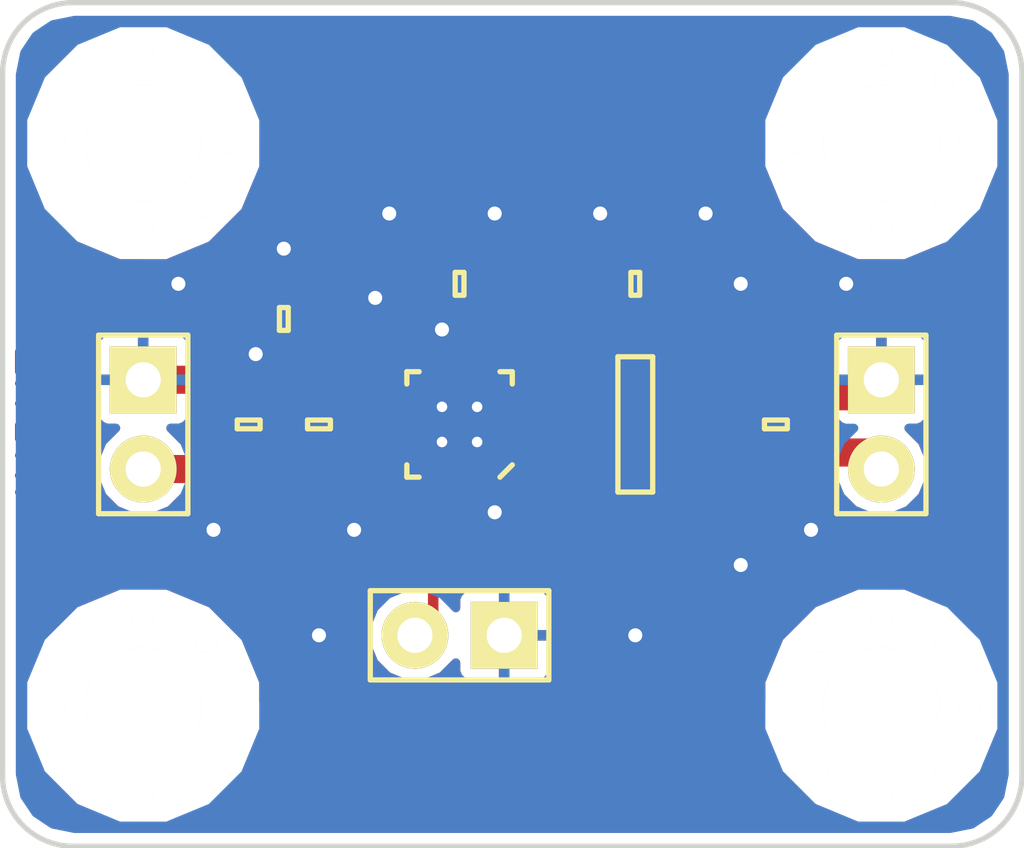
<source format=kicad_pcb>
(kicad_pcb (version 20170123) (host pcbnew no-vcs-found-1fda668~58~ubuntu14.04.1)

  (general
    (links 34)
    (no_connects 0)
    (area 112.772619 76.9425 142.227381 103.1925)
    (thickness 1.6)
    (drawings 20)
    (tracks 116)
    (zones 0)
    (modules 16)
    (nets 9)
  )

  (page A4)
  (layers
    (0 F.Cu signal)
    (31 B.Cu signal)
    (32 B.Adhes user)
    (33 F.Adhes user)
    (34 B.Paste user)
    (35 F.Paste user)
    (36 B.SilkS user)
    (37 F.SilkS user)
    (38 B.Mask user)
    (39 F.Mask user)
    (40 Dwgs.User user)
    (41 Cmts.User user)
    (42 Eco1.User user)
    (43 Eco2.User user)
    (44 Edge.Cuts user)
    (45 Margin user)
    (46 B.CrtYd user)
    (47 F.CrtYd user)
    (48 B.Fab user)
    (49 F.Fab user)
  )

  (setup
    (last_trace_width 0.3)
    (user_trace_width 0.3)
    (user_trace_width 0.5)
    (user_trace_width 0.8)
    (user_trace_width 1)
    (trace_clearance 0.2)
    (zone_clearance 0.3)
    (zone_45_only no)
    (trace_min 0.2)
    (segment_width 0.2)
    (edge_width 0.15)
    (via_size 0.8)
    (via_drill 0.4)
    (via_min_size 0.4)
    (via_min_drill 0.3)
    (uvia_size 0.3)
    (uvia_drill 0.1)
    (uvias_allowed no)
    (uvia_min_size 0.2)
    (uvia_min_drill 0.1)
    (pcb_text_width 0.3)
    (pcb_text_size 1.5 1.5)
    (mod_edge_width 0.15)
    (mod_text_size 1 1)
    (mod_text_width 0.15)
    (pad_size 0.8 0.8)
    (pad_drill 0.4)
    (pad_to_mask_clearance 0)
    (aux_axis_origin 0 0)
    (visible_elements FFFFFF5F)
    (pcbplotparams
      (layerselection 0x01000_ffffffff)
      (usegerberextensions true)
      (excludeedgelayer true)
      (linewidth 0.100000)
      (plotframeref false)
      (viasonmask false)
      (mode 1)
      (useauxorigin false)
      (hpglpennumber 1)
      (hpglpenspeed 20)
      (hpglpendiameter 15)
      (psnegative false)
      (psa4output false)
      (plotreference false)
      (plotvalue false)
      (plotinvisibletext false)
      (padsonsilk false)
      (subtractmaskfromsilk true)
      (outputformat 1)
      (mirror false)
      (drillshape 0)
      (scaleselection 1)
      (outputdirectory gerbers/))
  )

  (net 0 "")
  (net 1 "Net-(IC1-Pad1)")
  (net 2 "Net-(C4-Pad1)")
  (net 3 "Net-(IC1-Pad4)")
  (net 4 "Net-(C1-Pad1)")
  (net 5 GND)
  (net 6 "Net-(IC1-Pad13)")
  (net 7 "Net-(IC1-Pad5)")
  (net 8 "Net-(C3-Pad1)")

  (net_class Default "This is the default net class."
    (clearance 0.2)
    (trace_width 0.2)
    (via_dia 0.8)
    (via_drill 0.4)
    (uvia_dia 0.3)
    (uvia_drill 0.1)
    (add_net GND)
    (add_net "Net-(C1-Pad1)")
    (add_net "Net-(C3-Pad1)")
    (add_net "Net-(C4-Pad1)")
    (add_net "Net-(IC1-Pad1)")
    (add_net "Net-(IC1-Pad13)")
    (add_net "Net-(IC1-Pad4)")
    (add_net "Net-(IC1-Pad5)")
  )

  (module agg:QFN-16-EP-TI (layer F.Cu) (tedit 595DA2EF) (tstamp 595E0888)
    (at 126 90 180)
    (path /595D9838)
    (fp_text reference IC1 (at 0 -2.65 180) (layer F.Fab)
      (effects (font (size 1 1) (thickness 0.15)))
    )
    (fp_text value TPS62130 (at 0 2.65 180) (layer F.Fab)
      (effects (font (size 1 1) (thickness 0.15)))
    )
    (fp_line (start -1.5 -1.5) (end 1.5 -1.5) (layer F.Fab) (width 0.01))
    (fp_line (start 1.5 -1.5) (end 1.5 1.5) (layer F.Fab) (width 0.01))
    (fp_line (start 1.5 1.5) (end -1.5 1.5) (layer F.Fab) (width 0.01))
    (fp_line (start -1.5 1.5) (end -1.5 -1.5) (layer F.Fab) (width 0.01))
    (fp_circle (center -0.7 -0.7) (end -0.7 -0.3) (layer F.Fab) (width 0.01))
    (fp_line (start -1.1 -0.875) (end -1.5 -0.875) (layer F.Fab) (width 0.01))
    (fp_line (start -1.5 -0.625) (end -1.1 -0.625) (layer F.Fab) (width 0.01))
    (fp_line (start -1.1 -0.625) (end -1.1 -0.875) (layer F.Fab) (width 0.01))
    (fp_line (start -1.1 -0.375) (end -1.5 -0.375) (layer F.Fab) (width 0.01))
    (fp_line (start -1.5 -0.125) (end -1.1 -0.125) (layer F.Fab) (width 0.01))
    (fp_line (start -1.1 -0.125) (end -1.1 -0.375) (layer F.Fab) (width 0.01))
    (fp_line (start -1.1 0.125) (end -1.5 0.125) (layer F.Fab) (width 0.01))
    (fp_line (start -1.5 0.375) (end -1.1 0.375) (layer F.Fab) (width 0.01))
    (fp_line (start -1.1 0.375) (end -1.1 0.125) (layer F.Fab) (width 0.01))
    (fp_line (start -1.1 0.625) (end -1.5 0.625) (layer F.Fab) (width 0.01))
    (fp_line (start -1.5 0.875) (end -1.1 0.875) (layer F.Fab) (width 0.01))
    (fp_line (start -1.1 0.875) (end -1.1 0.625) (layer F.Fab) (width 0.01))
    (fp_line (start 1.5 0.625) (end 1.1 0.625) (layer F.Fab) (width 0.01))
    (fp_line (start 1.1 0.625) (end 1.1 0.875) (layer F.Fab) (width 0.01))
    (fp_line (start 1.1 0.875) (end 1.5 0.875) (layer F.Fab) (width 0.01))
    (fp_line (start 1.5 0.125) (end 1.1 0.125) (layer F.Fab) (width 0.01))
    (fp_line (start 1.1 0.125) (end 1.1 0.375) (layer F.Fab) (width 0.01))
    (fp_line (start 1.1 0.375) (end 1.5 0.375) (layer F.Fab) (width 0.01))
    (fp_line (start 1.5 -0.375) (end 1.1 -0.375) (layer F.Fab) (width 0.01))
    (fp_line (start 1.1 -0.375) (end 1.1 -0.125) (layer F.Fab) (width 0.01))
    (fp_line (start 1.1 -0.125) (end 1.5 -0.125) (layer F.Fab) (width 0.01))
    (fp_line (start 1.5 -0.875) (end 1.1 -0.875) (layer F.Fab) (width 0.01))
    (fp_line (start 1.1 -0.875) (end 1.1 -0.625) (layer F.Fab) (width 0.01))
    (fp_line (start 1.1 -0.625) (end 1.5 -0.625) (layer F.Fab) (width 0.01))
    (fp_line (start 0.625 -1.1) (end 0.875 -1.1) (layer F.Fab) (width 0.01))
    (fp_line (start 0.875 -1.1) (end 0.875 -1.5) (layer F.Fab) (width 0.01))
    (fp_line (start 0.625 -1.5) (end 0.625 -1.1) (layer F.Fab) (width 0.01))
    (fp_line (start 0.125 -1.1) (end 0.375 -1.1) (layer F.Fab) (width 0.01))
    (fp_line (start 0.375 -1.1) (end 0.375 -1.5) (layer F.Fab) (width 0.01))
    (fp_line (start 0.125 -1.5) (end 0.125 -1.1) (layer F.Fab) (width 0.01))
    (fp_line (start -0.375 -1.1) (end -0.125 -1.1) (layer F.Fab) (width 0.01))
    (fp_line (start -0.125 -1.1) (end -0.125 -1.5) (layer F.Fab) (width 0.01))
    (fp_line (start -0.375 -1.5) (end -0.375 -1.1) (layer F.Fab) (width 0.01))
    (fp_line (start -0.875 -1.1) (end -0.625 -1.1) (layer F.Fab) (width 0.01))
    (fp_line (start -0.625 -1.1) (end -0.625 -1.5) (layer F.Fab) (width 0.01))
    (fp_line (start -0.875 -1.5) (end -0.875 -1.1) (layer F.Fab) (width 0.01))
    (fp_line (start -0.625 1.5) (end -0.625 1.1) (layer F.Fab) (width 0.01))
    (fp_line (start -0.625 1.1) (end -0.875 1.1) (layer F.Fab) (width 0.01))
    (fp_line (start -0.875 1.1) (end -0.875 1.5) (layer F.Fab) (width 0.01))
    (fp_line (start -0.125 1.5) (end -0.125 1.1) (layer F.Fab) (width 0.01))
    (fp_line (start -0.125 1.1) (end -0.375 1.1) (layer F.Fab) (width 0.01))
    (fp_line (start -0.375 1.1) (end -0.375 1.5) (layer F.Fab) (width 0.01))
    (fp_line (start 0.375 1.5) (end 0.375 1.1) (layer F.Fab) (width 0.01))
    (fp_line (start 0.375 1.1) (end 0.125 1.1) (layer F.Fab) (width 0.01))
    (fp_line (start 0.125 1.1) (end 0.125 1.5) (layer F.Fab) (width 0.01))
    (fp_line (start 0.875 1.5) (end 0.875 1.1) (layer F.Fab) (width 0.01))
    (fp_line (start 0.875 1.1) (end 0.625 1.1) (layer F.Fab) (width 0.01))
    (fp_line (start 0.625 1.1) (end 0.625 1.5) (layer F.Fab) (width 0.01))
    (fp_line (start -1.5 -1.15) (end -1.15 -1.5) (layer F.SilkS) (width 0.15))
    (fp_line (start 1.15 -1.5) (end 1.5 -1.5) (layer F.SilkS) (width 0.15))
    (fp_line (start 1.5 -1.5) (end 1.5 -1.15) (layer F.SilkS) (width 0.15))
    (fp_line (start 1.15 1.5) (end 1.5 1.5) (layer F.SilkS) (width 0.15))
    (fp_line (start 1.5 1.5) (end 1.5 1.15) (layer F.SilkS) (width 0.15))
    (fp_line (start -1.15 1.5) (end -1.5 1.5) (layer F.SilkS) (width 0.15))
    (fp_line (start -1.5 1.5) (end -1.5 1.15) (layer F.SilkS) (width 0.15))
    (fp_line (start -1.95 -1.95) (end 1.95 -1.95) (layer F.CrtYd) (width 0.01))
    (fp_line (start 1.95 -1.95) (end 1.95 1.95) (layer F.CrtYd) (width 0.01))
    (fp_line (start 1.95 1.95) (end -1.95 1.95) (layer F.CrtYd) (width 0.01))
    (fp_line (start -1.95 1.95) (end -1.95 -1.95) (layer F.CrtYd) (width 0.01))
    (pad 1 smd rect (at -1.4 -0.75 180) (size 0.6 0.25) (layers F.Cu F.Paste F.Mask)
      (net 1 "Net-(IC1-Pad1)"))
    (pad 2 smd rect (at -1.4 -0.25 180) (size 0.6 0.25) (layers F.Cu F.Paste F.Mask)
      (net 1 "Net-(IC1-Pad1)"))
    (pad 3 smd rect (at -1.4 0.25 180) (size 0.6 0.25) (layers F.Cu F.Paste F.Mask)
      (net 1 "Net-(IC1-Pad1)"))
    (pad 4 smd rect (at -1.4 0.75 180) (size 0.6 0.25) (layers F.Cu F.Paste F.Mask)
      (net 3 "Net-(IC1-Pad4)"))
    (pad 5 smd rect (at -0.75 1.4 180) (size 0.25 0.6) (layers F.Cu F.Paste F.Mask)
      (net 7 "Net-(IC1-Pad5)"))
    (pad 6 smd rect (at -0.25 1.4 180) (size 0.25 0.6) (layers F.Cu F.Paste F.Mask)
      (net 5 GND))
    (pad 7 smd rect (at 0.25 1.4 180) (size 0.25 0.6) (layers F.Cu F.Paste F.Mask)
      (net 5 GND))
    (pad 8 smd rect (at 0.75 1.4 180) (size 0.25 0.6) (layers F.Cu F.Paste F.Mask)
      (net 5 GND))
    (pad 9 smd rect (at 1.4 0.75 180) (size 0.6 0.25) (layers F.Cu F.Paste F.Mask)
      (net 8 "Net-(C3-Pad1)"))
    (pad 10 smd rect (at 1.4 0.25 180) (size 0.6 0.25) (layers F.Cu F.Paste F.Mask)
      (net 4 "Net-(C1-Pad1)"))
    (pad 11 smd rect (at 1.4 -0.25 180) (size 0.6 0.25) (layers F.Cu F.Paste F.Mask)
      (net 4 "Net-(C1-Pad1)"))
    (pad 12 smd rect (at 1.4 -0.75 180) (size 0.6 0.25) (layers F.Cu F.Paste F.Mask)
      (net 4 "Net-(C1-Pad1)"))
    (pad 13 smd rect (at 0.75 -1.4 180) (size 0.25 0.6) (layers F.Cu F.Paste F.Mask)
      (net 6 "Net-(IC1-Pad13)"))
    (pad 14 smd rect (at 0.25 -1.4 180) (size 0.25 0.6) (layers F.Cu F.Paste F.Mask)
      (net 2 "Net-(C4-Pad1)"))
    (pad 15 smd rect (at -0.25 -1.4 180) (size 0.25 0.6) (layers F.Cu F.Paste F.Mask)
      (net 5 GND))
    (pad 16 smd rect (at -0.75 -1.4 180) (size 0.25 0.6) (layers F.Cu F.Paste F.Mask)
      (net 5 GND))
    (pad "" smd rect (at 0 0 180) (size 1.5 1.5) (layers F.Paste)
      (solder_paste_margin 0.001))
    (pad EP thru_hole circle (at -0.5 -0.5 180) (size 0.7 0.7) (drill 0.3) (layers *.Cu)
      (net 5 GND) (zone_connect 2))
    (pad EP thru_hole circle (at -0.5 0.5 180) (size 0.7 0.7) (drill 0.3) (layers *.Cu)
      (net 5 GND) (zone_connect 2))
    (pad EP thru_hole circle (at 0.5 -0.5 180) (size 0.7 0.7) (drill 0.3) (layers *.Cu)
      (net 5 GND) (zone_connect 2))
    (pad EP thru_hole circle (at 0.5 0.5 180) (size 0.7 0.7) (drill 0.3) (layers *.Cu)
      (net 5 GND) (zone_connect 2))
    (pad EP smd rect (at 0 0 180) (size 1.7 1.7) (layers F.Cu F.Mask)
      (net 5 GND) (solder_mask_margin 0.001))
    (model ${KISYS3DMOD}/Housings_DFN_QFN.3dshapes/QFN-16-1EP_3x3mm_Pitch0.5mm.wrl
      (at (xyz 0 0 0))
      (scale (xyz 1 1 1))
      (rotate (xyz 0 0 0))
    )
  )

  (module agg:M3_MOUNT (layer F.Cu) (tedit 5681D0FF) (tstamp 595EB345)
    (at 117 98)
    (fp_text reference REF** (at 0 -4.1) (layer F.Fab) hide
      (effects (font (size 1 1) (thickness 0.15)))
    )
    (fp_text value M3_MOUNT (at 0 4.1) (layer F.Fab) hide
      (effects (font (size 1 1) (thickness 0.15)))
    )
    (fp_line (start -3.4 -3.4) (end 3.4 -3.4) (layer F.CrtYd) (width 0.01))
    (fp_line (start 3.4 -3.4) (end 3.4 3.4) (layer F.CrtYd) (width 0.01))
    (fp_line (start 3.4 3.4) (end -3.4 3.4) (layer F.CrtYd) (width 0.01))
    (fp_line (start -3.4 3.4) (end -3.4 -3.4) (layer F.CrtYd) (width 0.01))
    (pad "" np_thru_hole circle (at 1.8 1.8) (size 0.6 0.6) (drill 0.6) (layers *.Cu *.Mask F.SilkS))
    (pad "" np_thru_hole circle (at -1.8 1.8) (size 0.6 0.6) (drill 0.6) (layers *.Cu *.Mask F.SilkS))
    (pad "" np_thru_hole circle (at 1.8 -1.8) (size 0.6 0.6) (drill 0.6) (layers *.Cu *.Mask F.SilkS))
    (pad "" np_thru_hole circle (at -1.8 -1.8) (size 0.6 0.6) (drill 0.6) (layers *.Cu *.Mask F.SilkS))
    (pad "" np_thru_hole circle (at -2.5 0) (size 0.6 0.6) (drill 0.6) (layers *.Cu *.Mask F.SilkS))
    (pad "" np_thru_hole circle (at 0 2.5) (size 0.6 0.6) (drill 0.6) (layers *.Cu *.Mask F.SilkS))
    (pad "" np_thru_hole circle (at 2.5 0) (size 0.6 0.6) (drill 0.6) (layers *.Cu *.Mask F.SilkS))
    (pad "" np_thru_hole circle (at 0 -2.5) (size 0.6 0.6) (drill 0.6) (layers *.Cu *.Mask F.SilkS))
    (pad "" np_thru_hole circle (at 0 0) (size 3.3 3.3) (drill 3.3) (layers *.Cu *.Mask F.SilkS)
      (solder_mask_margin 1.5) (clearance 1.65))
  )

  (module agg:M3_MOUNT (layer F.Cu) (tedit 5681D0FF) (tstamp 595EB334)
    (at 138 98)
    (fp_text reference REF** (at 0 -4.1) (layer F.Fab) hide
      (effects (font (size 1 1) (thickness 0.15)))
    )
    (fp_text value M3_MOUNT (at 0 4.1) (layer F.Fab) hide
      (effects (font (size 1 1) (thickness 0.15)))
    )
    (fp_line (start -3.4 -3.4) (end 3.4 -3.4) (layer F.CrtYd) (width 0.01))
    (fp_line (start 3.4 -3.4) (end 3.4 3.4) (layer F.CrtYd) (width 0.01))
    (fp_line (start 3.4 3.4) (end -3.4 3.4) (layer F.CrtYd) (width 0.01))
    (fp_line (start -3.4 3.4) (end -3.4 -3.4) (layer F.CrtYd) (width 0.01))
    (pad "" np_thru_hole circle (at 1.8 1.8) (size 0.6 0.6) (drill 0.6) (layers *.Cu *.Mask F.SilkS))
    (pad "" np_thru_hole circle (at -1.8 1.8) (size 0.6 0.6) (drill 0.6) (layers *.Cu *.Mask F.SilkS))
    (pad "" np_thru_hole circle (at 1.8 -1.8) (size 0.6 0.6) (drill 0.6) (layers *.Cu *.Mask F.SilkS))
    (pad "" np_thru_hole circle (at -1.8 -1.8) (size 0.6 0.6) (drill 0.6) (layers *.Cu *.Mask F.SilkS))
    (pad "" np_thru_hole circle (at -2.5 0) (size 0.6 0.6) (drill 0.6) (layers *.Cu *.Mask F.SilkS))
    (pad "" np_thru_hole circle (at 0 2.5) (size 0.6 0.6) (drill 0.6) (layers *.Cu *.Mask F.SilkS))
    (pad "" np_thru_hole circle (at 2.5 0) (size 0.6 0.6) (drill 0.6) (layers *.Cu *.Mask F.SilkS))
    (pad "" np_thru_hole circle (at 0 -2.5) (size 0.6 0.6) (drill 0.6) (layers *.Cu *.Mask F.SilkS))
    (pad "" np_thru_hole circle (at 0 0) (size 3.3 3.3) (drill 3.3) (layers *.Cu *.Mask F.SilkS)
      (solder_mask_margin 1.5) (clearance 1.65))
  )

  (module agg:M3_MOUNT (layer F.Cu) (tedit 5681D0FF) (tstamp 595EB323)
    (at 138 82)
    (fp_text reference REF** (at 0 -4.1) (layer F.Fab) hide
      (effects (font (size 1 1) (thickness 0.15)))
    )
    (fp_text value M3_MOUNT (at 0 4.1) (layer F.Fab) hide
      (effects (font (size 1 1) (thickness 0.15)))
    )
    (fp_line (start -3.4 -3.4) (end 3.4 -3.4) (layer F.CrtYd) (width 0.01))
    (fp_line (start 3.4 -3.4) (end 3.4 3.4) (layer F.CrtYd) (width 0.01))
    (fp_line (start 3.4 3.4) (end -3.4 3.4) (layer F.CrtYd) (width 0.01))
    (fp_line (start -3.4 3.4) (end -3.4 -3.4) (layer F.CrtYd) (width 0.01))
    (pad "" np_thru_hole circle (at 1.8 1.8) (size 0.6 0.6) (drill 0.6) (layers *.Cu *.Mask F.SilkS))
    (pad "" np_thru_hole circle (at -1.8 1.8) (size 0.6 0.6) (drill 0.6) (layers *.Cu *.Mask F.SilkS))
    (pad "" np_thru_hole circle (at 1.8 -1.8) (size 0.6 0.6) (drill 0.6) (layers *.Cu *.Mask F.SilkS))
    (pad "" np_thru_hole circle (at -1.8 -1.8) (size 0.6 0.6) (drill 0.6) (layers *.Cu *.Mask F.SilkS))
    (pad "" np_thru_hole circle (at -2.5 0) (size 0.6 0.6) (drill 0.6) (layers *.Cu *.Mask F.SilkS))
    (pad "" np_thru_hole circle (at 0 2.5) (size 0.6 0.6) (drill 0.6) (layers *.Cu *.Mask F.SilkS))
    (pad "" np_thru_hole circle (at 2.5 0) (size 0.6 0.6) (drill 0.6) (layers *.Cu *.Mask F.SilkS))
    (pad "" np_thru_hole circle (at 0 -2.5) (size 0.6 0.6) (drill 0.6) (layers *.Cu *.Mask F.SilkS))
    (pad "" np_thru_hole circle (at 0 0) (size 3.3 3.3) (drill 3.3) (layers *.Cu *.Mask F.SilkS)
      (solder_mask_margin 1.5) (clearance 1.65))
  )

  (module agg:M3_MOUNT (layer F.Cu) (tedit 5681D0FF) (tstamp 595EB312)
    (at 117 82)
    (fp_text reference REF** (at 0 -4.1) (layer F.Fab) hide
      (effects (font (size 1 1) (thickness 0.15)))
    )
    (fp_text value M3_MOUNT (at 0 4.1) (layer F.Fab) hide
      (effects (font (size 1 1) (thickness 0.15)))
    )
    (fp_line (start -3.4 -3.4) (end 3.4 -3.4) (layer F.CrtYd) (width 0.01))
    (fp_line (start 3.4 -3.4) (end 3.4 3.4) (layer F.CrtYd) (width 0.01))
    (fp_line (start 3.4 3.4) (end -3.4 3.4) (layer F.CrtYd) (width 0.01))
    (fp_line (start -3.4 3.4) (end -3.4 -3.4) (layer F.CrtYd) (width 0.01))
    (pad "" np_thru_hole circle (at 1.8 1.8) (size 0.6 0.6) (drill 0.6) (layers *.Cu *.Mask F.SilkS))
    (pad "" np_thru_hole circle (at -1.8 1.8) (size 0.6 0.6) (drill 0.6) (layers *.Cu *.Mask F.SilkS))
    (pad "" np_thru_hole circle (at 1.8 -1.8) (size 0.6 0.6) (drill 0.6) (layers *.Cu *.Mask F.SilkS))
    (pad "" np_thru_hole circle (at -1.8 -1.8) (size 0.6 0.6) (drill 0.6) (layers *.Cu *.Mask F.SilkS))
    (pad "" np_thru_hole circle (at -2.5 0) (size 0.6 0.6) (drill 0.6) (layers *.Cu *.Mask F.SilkS))
    (pad "" np_thru_hole circle (at 0 2.5) (size 0.6 0.6) (drill 0.6) (layers *.Cu *.Mask F.SilkS))
    (pad "" np_thru_hole circle (at 2.5 0) (size 0.6 0.6) (drill 0.6) (layers *.Cu *.Mask F.SilkS))
    (pad "" np_thru_hole circle (at 0 -2.5) (size 0.6 0.6) (drill 0.6) (layers *.Cu *.Mask F.SilkS))
    (pad "" np_thru_hole circle (at 0 0) (size 3.3 3.3) (drill 3.3) (layers *.Cu *.Mask F.SilkS)
      (solder_mask_margin 1.5) (clearance 1.65))
  )

  (module agg:0603 (layer F.Cu) (tedit 57654490) (tstamp 595E0A70)
    (at 126 86 180)
    (path /595DABD0)
    (fp_text reference R2 (at -2.225 0 270) (layer F.Fab)
      (effects (font (size 1 1) (thickness 0.15)))
    )
    (fp_text value DNP (at 2.225 0 270) (layer F.Fab)
      (effects (font (size 1 1) (thickness 0.15)))
    )
    (fp_line (start -1.55 0.75) (end -1.55 -0.75) (layer F.CrtYd) (width 0.01))
    (fp_line (start 1.55 0.75) (end -1.55 0.75) (layer F.CrtYd) (width 0.01))
    (fp_line (start 1.55 -0.75) (end 1.55 0.75) (layer F.CrtYd) (width 0.01))
    (fp_line (start -1.55 -0.75) (end 1.55 -0.75) (layer F.CrtYd) (width 0.01))
    (fp_line (start -0.125 0.325) (end -0.125 -0.325) (layer F.SilkS) (width 0.15))
    (fp_line (start 0.125 0.325) (end -0.125 0.325) (layer F.SilkS) (width 0.15))
    (fp_line (start 0.125 -0.325) (end 0.125 0.325) (layer F.SilkS) (width 0.15))
    (fp_line (start -0.125 -0.325) (end 0.125 -0.325) (layer F.SilkS) (width 0.15))
    (fp_line (start 0.45 -0.4) (end 0.45 0.4) (layer F.Fab) (width 0.01))
    (fp_line (start -0.45 -0.4) (end -0.45 0.4) (layer F.Fab) (width 0.01))
    (fp_line (start -0.8 0.4) (end -0.8 -0.4) (layer F.Fab) (width 0.01))
    (fp_line (start 0.8 0.4) (end -0.8 0.4) (layer F.Fab) (width 0.01))
    (fp_line (start 0.8 -0.4) (end 0.8 0.4) (layer F.Fab) (width 0.01))
    (fp_line (start -0.8 -0.4) (end 0.8 -0.4) (layer F.Fab) (width 0.01))
    (pad 2 smd rect (at 0.8 0 180) (size 0.95 1) (layers F.Cu F.Paste F.Mask)
      (net 5 GND))
    (pad 1 smd rect (at -0.8 0 180) (size 0.95 1) (layers F.Cu F.Paste F.Mask)
      (net 7 "Net-(IC1-Pad5)"))
    (model ${KISYS3DMOD}/Resistors_SMD.3dshapes/R_0603.wrl
      (at (xyz 0 0 0))
      (scale (xyz 1 1 1))
      (rotate (xyz 0 0 0))
    )
  )

  (module agg:0603 (layer F.Cu) (tedit 57654490) (tstamp 595E0A36)
    (at 131 86 180)
    (path /595DAB1A)
    (fp_text reference R1 (at -2.225 0 270) (layer F.Fab)
      (effects (font (size 1 1) (thickness 0.15)))
    )
    (fp_text value DNP (at 2.225 0 270) (layer F.Fab)
      (effects (font (size 1 1) (thickness 0.15)))
    )
    (fp_line (start -0.8 -0.4) (end 0.8 -0.4) (layer F.Fab) (width 0.01))
    (fp_line (start 0.8 -0.4) (end 0.8 0.4) (layer F.Fab) (width 0.01))
    (fp_line (start 0.8 0.4) (end -0.8 0.4) (layer F.Fab) (width 0.01))
    (fp_line (start -0.8 0.4) (end -0.8 -0.4) (layer F.Fab) (width 0.01))
    (fp_line (start -0.45 -0.4) (end -0.45 0.4) (layer F.Fab) (width 0.01))
    (fp_line (start 0.45 -0.4) (end 0.45 0.4) (layer F.Fab) (width 0.01))
    (fp_line (start -0.125 -0.325) (end 0.125 -0.325) (layer F.SilkS) (width 0.15))
    (fp_line (start 0.125 -0.325) (end 0.125 0.325) (layer F.SilkS) (width 0.15))
    (fp_line (start 0.125 0.325) (end -0.125 0.325) (layer F.SilkS) (width 0.15))
    (fp_line (start -0.125 0.325) (end -0.125 -0.325) (layer F.SilkS) (width 0.15))
    (fp_line (start -1.55 -0.75) (end 1.55 -0.75) (layer F.CrtYd) (width 0.01))
    (fp_line (start 1.55 -0.75) (end 1.55 0.75) (layer F.CrtYd) (width 0.01))
    (fp_line (start 1.55 0.75) (end -1.55 0.75) (layer F.CrtYd) (width 0.01))
    (fp_line (start -1.55 0.75) (end -1.55 -0.75) (layer F.CrtYd) (width 0.01))
    (pad 1 smd rect (at -0.8 0 180) (size 0.95 1) (layers F.Cu F.Paste F.Mask)
      (net 2 "Net-(C4-Pad1)"))
    (pad 2 smd rect (at 0.8 0 180) (size 0.95 1) (layers F.Cu F.Paste F.Mask)
      (net 7 "Net-(IC1-Pad5)"))
    (model ${KISYS3DMOD}/Resistors_SMD.3dshapes/R_0603.wrl
      (at (xyz 0 0 0))
      (scale (xyz 1 1 1))
      (rotate (xyz 0 0 0))
    )
  )

  (module agg:0603 (layer F.Cu) (tedit 57654490) (tstamp 595E09FC)
    (at 135 90 90)
    (path /595DA710)
    (fp_text reference C4 (at -2.225 0 180) (layer F.Fab)
      (effects (font (size 1 1) (thickness 0.15)))
    )
    (fp_text value 10µ (at 2.225 0 180) (layer F.Fab)
      (effects (font (size 1 1) (thickness 0.15)))
    )
    (fp_line (start -1.55 0.75) (end -1.55 -0.75) (layer F.CrtYd) (width 0.01))
    (fp_line (start 1.55 0.75) (end -1.55 0.75) (layer F.CrtYd) (width 0.01))
    (fp_line (start 1.55 -0.75) (end 1.55 0.75) (layer F.CrtYd) (width 0.01))
    (fp_line (start -1.55 -0.75) (end 1.55 -0.75) (layer F.CrtYd) (width 0.01))
    (fp_line (start -0.125 0.325) (end -0.125 -0.325) (layer F.SilkS) (width 0.15))
    (fp_line (start 0.125 0.325) (end -0.125 0.325) (layer F.SilkS) (width 0.15))
    (fp_line (start 0.125 -0.325) (end 0.125 0.325) (layer F.SilkS) (width 0.15))
    (fp_line (start -0.125 -0.325) (end 0.125 -0.325) (layer F.SilkS) (width 0.15))
    (fp_line (start 0.45 -0.4) (end 0.45 0.4) (layer F.Fab) (width 0.01))
    (fp_line (start -0.45 -0.4) (end -0.45 0.4) (layer F.Fab) (width 0.01))
    (fp_line (start -0.8 0.4) (end -0.8 -0.4) (layer F.Fab) (width 0.01))
    (fp_line (start 0.8 0.4) (end -0.8 0.4) (layer F.Fab) (width 0.01))
    (fp_line (start 0.8 -0.4) (end 0.8 0.4) (layer F.Fab) (width 0.01))
    (fp_line (start -0.8 -0.4) (end 0.8 -0.4) (layer F.Fab) (width 0.01))
    (pad 2 smd rect (at 0.8 0 90) (size 0.95 1) (layers F.Cu F.Paste F.Mask)
      (net 5 GND))
    (pad 1 smd rect (at -0.8 0 90) (size 0.95 1) (layers F.Cu F.Paste F.Mask)
      (net 2 "Net-(C4-Pad1)"))
    (model ${KISYS3DMOD}/Resistors_SMD.3dshapes/R_0603.wrl
      (at (xyz 0 0 0))
      (scale (xyz 1 1 1))
      (rotate (xyz 0 0 0))
    )
  )

  (module agg:0603 (layer F.Cu) (tedit 57654490) (tstamp 595E09C2)
    (at 121 87 180)
    (path /595DA4A2)
    (fp_text reference C3 (at -2.225 0 270) (layer F.Fab)
      (effects (font (size 1 1) (thickness 0.15)))
    )
    (fp_text value DNP (at 2.225 0 270) (layer F.Fab)
      (effects (font (size 1 1) (thickness 0.15)))
    )
    (fp_line (start -0.8 -0.4) (end 0.8 -0.4) (layer F.Fab) (width 0.01))
    (fp_line (start 0.8 -0.4) (end 0.8 0.4) (layer F.Fab) (width 0.01))
    (fp_line (start 0.8 0.4) (end -0.8 0.4) (layer F.Fab) (width 0.01))
    (fp_line (start -0.8 0.4) (end -0.8 -0.4) (layer F.Fab) (width 0.01))
    (fp_line (start -0.45 -0.4) (end -0.45 0.4) (layer F.Fab) (width 0.01))
    (fp_line (start 0.45 -0.4) (end 0.45 0.4) (layer F.Fab) (width 0.01))
    (fp_line (start -0.125 -0.325) (end 0.125 -0.325) (layer F.SilkS) (width 0.15))
    (fp_line (start 0.125 -0.325) (end 0.125 0.325) (layer F.SilkS) (width 0.15))
    (fp_line (start 0.125 0.325) (end -0.125 0.325) (layer F.SilkS) (width 0.15))
    (fp_line (start -0.125 0.325) (end -0.125 -0.325) (layer F.SilkS) (width 0.15))
    (fp_line (start -1.55 -0.75) (end 1.55 -0.75) (layer F.CrtYd) (width 0.01))
    (fp_line (start 1.55 -0.75) (end 1.55 0.75) (layer F.CrtYd) (width 0.01))
    (fp_line (start 1.55 0.75) (end -1.55 0.75) (layer F.CrtYd) (width 0.01))
    (fp_line (start -1.55 0.75) (end -1.55 -0.75) (layer F.CrtYd) (width 0.01))
    (pad 1 smd rect (at -0.8 0 180) (size 0.95 1) (layers F.Cu F.Paste F.Mask)
      (net 8 "Net-(C3-Pad1)"))
    (pad 2 smd rect (at 0.8 0 180) (size 0.95 1) (layers F.Cu F.Paste F.Mask)
      (net 5 GND))
    (model ${KISYS3DMOD}/Resistors_SMD.3dshapes/R_0603.wrl
      (at (xyz 0 0 0))
      (scale (xyz 1 1 1))
      (rotate (xyz 0 0 0))
    )
  )

  (module agg:0603 (layer F.Cu) (tedit 57654490) (tstamp 595E0988)
    (at 122 90 90)
    (path /595D9C5B)
    (fp_text reference C2 (at -2.225 0 180) (layer F.Fab)
      (effects (font (size 1 1) (thickness 0.15)))
    )
    (fp_text value 100n (at 2.225 0 180) (layer F.Fab)
      (effects (font (size 1 1) (thickness 0.15)))
    )
    (fp_line (start -1.55 0.75) (end -1.55 -0.75) (layer F.CrtYd) (width 0.01))
    (fp_line (start 1.55 0.75) (end -1.55 0.75) (layer F.CrtYd) (width 0.01))
    (fp_line (start 1.55 -0.75) (end 1.55 0.75) (layer F.CrtYd) (width 0.01))
    (fp_line (start -1.55 -0.75) (end 1.55 -0.75) (layer F.CrtYd) (width 0.01))
    (fp_line (start -0.125 0.325) (end -0.125 -0.325) (layer F.SilkS) (width 0.15))
    (fp_line (start 0.125 0.325) (end -0.125 0.325) (layer F.SilkS) (width 0.15))
    (fp_line (start 0.125 -0.325) (end 0.125 0.325) (layer F.SilkS) (width 0.15))
    (fp_line (start -0.125 -0.325) (end 0.125 -0.325) (layer F.SilkS) (width 0.15))
    (fp_line (start 0.45 -0.4) (end 0.45 0.4) (layer F.Fab) (width 0.01))
    (fp_line (start -0.45 -0.4) (end -0.45 0.4) (layer F.Fab) (width 0.01))
    (fp_line (start -0.8 0.4) (end -0.8 -0.4) (layer F.Fab) (width 0.01))
    (fp_line (start 0.8 0.4) (end -0.8 0.4) (layer F.Fab) (width 0.01))
    (fp_line (start 0.8 -0.4) (end 0.8 0.4) (layer F.Fab) (width 0.01))
    (fp_line (start -0.8 -0.4) (end 0.8 -0.4) (layer F.Fab) (width 0.01))
    (pad 2 smd rect (at 0.8 0 90) (size 0.95 1) (layers F.Cu F.Paste F.Mask)
      (net 5 GND))
    (pad 1 smd rect (at -0.8 0 90) (size 0.95 1) (layers F.Cu F.Paste F.Mask)
      (net 4 "Net-(C1-Pad1)"))
    (model ${KISYS3DMOD}/Resistors_SMD.3dshapes/R_0603.wrl
      (at (xyz 0 0 0))
      (scale (xyz 1 1 1))
      (rotate (xyz 0 0 0))
    )
  )

  (module agg:0603 (layer F.Cu) (tedit 57654490) (tstamp 595E094E)
    (at 120 90 90)
    (path /595D99BC)
    (fp_text reference C1 (at -2.225 0 180) (layer F.Fab)
      (effects (font (size 1 1) (thickness 0.15)))
    )
    (fp_text value 10µ (at 2.225 0 180) (layer F.Fab)
      (effects (font (size 1 1) (thickness 0.15)))
    )
    (fp_line (start -0.8 -0.4) (end 0.8 -0.4) (layer F.Fab) (width 0.01))
    (fp_line (start 0.8 -0.4) (end 0.8 0.4) (layer F.Fab) (width 0.01))
    (fp_line (start 0.8 0.4) (end -0.8 0.4) (layer F.Fab) (width 0.01))
    (fp_line (start -0.8 0.4) (end -0.8 -0.4) (layer F.Fab) (width 0.01))
    (fp_line (start -0.45 -0.4) (end -0.45 0.4) (layer F.Fab) (width 0.01))
    (fp_line (start 0.45 -0.4) (end 0.45 0.4) (layer F.Fab) (width 0.01))
    (fp_line (start -0.125 -0.325) (end 0.125 -0.325) (layer F.SilkS) (width 0.15))
    (fp_line (start 0.125 -0.325) (end 0.125 0.325) (layer F.SilkS) (width 0.15))
    (fp_line (start 0.125 0.325) (end -0.125 0.325) (layer F.SilkS) (width 0.15))
    (fp_line (start -0.125 0.325) (end -0.125 -0.325) (layer F.SilkS) (width 0.15))
    (fp_line (start -1.55 -0.75) (end 1.55 -0.75) (layer F.CrtYd) (width 0.01))
    (fp_line (start 1.55 -0.75) (end 1.55 0.75) (layer F.CrtYd) (width 0.01))
    (fp_line (start 1.55 0.75) (end -1.55 0.75) (layer F.CrtYd) (width 0.01))
    (fp_line (start -1.55 0.75) (end -1.55 -0.75) (layer F.CrtYd) (width 0.01))
    (pad 1 smd rect (at -0.8 0 90) (size 0.95 1) (layers F.Cu F.Paste F.Mask)
      (net 4 "Net-(C1-Pad1)"))
    (pad 2 smd rect (at 0.8 0 90) (size 0.95 1) (layers F.Cu F.Paste F.Mask)
      (net 5 GND))
    (model ${KISYS3DMOD}/Resistors_SMD.3dshapes/R_0603.wrl
      (at (xyz 0 0 0))
      (scale (xyz 1 1 1))
      (rotate (xyz 0 0 0))
    )
  )

  (module agg:SIL-254P-02 (layer F.Cu) (tedit 57656D66) (tstamp 595E080C)
    (at 138 90 270)
    (path /595D9B1A)
    (fp_text reference J3 (at 0 -2.22 270) (layer F.Fab)
      (effects (font (size 1 1) (thickness 0.15)))
    )
    (fp_text value OUTPUT (at 0 2.22 270) (layer F.Fab)
      (effects (font (size 1 1) (thickness 0.15)))
    )
    (fp_line (start -2.54 -1.27) (end 2.54 -1.27) (layer F.Fab) (width 0.01))
    (fp_line (start 2.54 -1.27) (end 2.54 1.27) (layer F.Fab) (width 0.01))
    (fp_line (start 2.54 1.27) (end -2.54 1.27) (layer F.Fab) (width 0.01))
    (fp_line (start -2.54 1.27) (end -2.54 -1.27) (layer F.Fab) (width 0.01))
    (fp_line (start -2.54 -1.27) (end 2.54 -1.27) (layer F.SilkS) (width 0.15))
    (fp_line (start 2.54 -1.27) (end 2.54 1.27) (layer F.SilkS) (width 0.15))
    (fp_line (start 2.54 1.27) (end -2.54 1.27) (layer F.SilkS) (width 0.15))
    (fp_line (start -2.54 1.27) (end -2.54 -1.27) (layer F.SilkS) (width 0.15))
    (fp_line (start -2.8 -1.55) (end 2.8 -1.55) (layer F.CrtYd) (width 0.01))
    (fp_line (start 2.8 -1.55) (end 2.8 1.55) (layer F.CrtYd) (width 0.01))
    (fp_line (start 2.8 1.55) (end -2.8 1.55) (layer F.CrtYd) (width 0.01))
    (fp_line (start -2.8 1.55) (end -2.8 -1.55) (layer F.CrtYd) (width 0.01))
    (pad 1 thru_hole rect (at -1.27 0 270) (size 1.9 1.9) (drill 1) (layers *.Cu *.Mask F.SilkS)
      (net 5 GND))
    (pad 2 thru_hole circle (at 1.27 0 270) (size 1.9 1.9) (drill 1) (layers *.Cu *.Mask F.SilkS)
      (net 2 "Net-(C4-Pad1)"))
    (model ${KISYS3DMOD}/Pin_Headers.3dshapes/Pin_Header_Straight_1x02.wrl
      (at (xyz 0 0 0))
      (scale (xyz 1 1 1))
      (rotate (xyz 0 0 0))
    )
  )

  (module agg:SIL-254P-02 (layer F.Cu) (tedit 57656D66) (tstamp 595E07D8)
    (at 126 96 180)
    (path /595DA0F5)
    (fp_text reference J2 (at 0 -2.22 180) (layer F.Fab)
      (effects (font (size 1 1) (thickness 0.15)))
    )
    (fp_text value ENABLE (at 0 2.22 180) (layer F.Fab)
      (effects (font (size 1 1) (thickness 0.15)))
    )
    (fp_line (start -2.8 1.55) (end -2.8 -1.55) (layer F.CrtYd) (width 0.01))
    (fp_line (start 2.8 1.55) (end -2.8 1.55) (layer F.CrtYd) (width 0.01))
    (fp_line (start 2.8 -1.55) (end 2.8 1.55) (layer F.CrtYd) (width 0.01))
    (fp_line (start -2.8 -1.55) (end 2.8 -1.55) (layer F.CrtYd) (width 0.01))
    (fp_line (start -2.54 1.27) (end -2.54 -1.27) (layer F.SilkS) (width 0.15))
    (fp_line (start 2.54 1.27) (end -2.54 1.27) (layer F.SilkS) (width 0.15))
    (fp_line (start 2.54 -1.27) (end 2.54 1.27) (layer F.SilkS) (width 0.15))
    (fp_line (start -2.54 -1.27) (end 2.54 -1.27) (layer F.SilkS) (width 0.15))
    (fp_line (start -2.54 1.27) (end -2.54 -1.27) (layer F.Fab) (width 0.01))
    (fp_line (start 2.54 1.27) (end -2.54 1.27) (layer F.Fab) (width 0.01))
    (fp_line (start 2.54 -1.27) (end 2.54 1.27) (layer F.Fab) (width 0.01))
    (fp_line (start -2.54 -1.27) (end 2.54 -1.27) (layer F.Fab) (width 0.01))
    (pad 2 thru_hole circle (at 1.27 0 180) (size 1.9 1.9) (drill 1) (layers *.Cu *.Mask F.SilkS)
      (net 6 "Net-(IC1-Pad13)"))
    (pad 1 thru_hole rect (at -1.27 0 180) (size 1.9 1.9) (drill 1) (layers *.Cu *.Mask F.SilkS)
      (net 5 GND))
    (model ${KISYS3DMOD}/Pin_Headers.3dshapes/Pin_Header_Straight_1x02.wrl
      (at (xyz 0 0 0))
      (scale (xyz 1 1 1))
      (rotate (xyz 0 0 0))
    )
  )

  (module agg:SIL-254P-02 (layer F.Cu) (tedit 57656D66) (tstamp 595E07A4)
    (at 117 90 270)
    (path /595D9A86)
    (fp_text reference J1 (at 0 -2.22 270) (layer F.Fab)
      (effects (font (size 1 1) (thickness 0.15)))
    )
    (fp_text value INPUT (at 0 2.22 270) (layer F.Fab)
      (effects (font (size 1 1) (thickness 0.15)))
    )
    (fp_line (start -2.54 -1.27) (end 2.54 -1.27) (layer F.Fab) (width 0.01))
    (fp_line (start 2.54 -1.27) (end 2.54 1.27) (layer F.Fab) (width 0.01))
    (fp_line (start 2.54 1.27) (end -2.54 1.27) (layer F.Fab) (width 0.01))
    (fp_line (start -2.54 1.27) (end -2.54 -1.27) (layer F.Fab) (width 0.01))
    (fp_line (start -2.54 -1.27) (end 2.54 -1.27) (layer F.SilkS) (width 0.15))
    (fp_line (start 2.54 -1.27) (end 2.54 1.27) (layer F.SilkS) (width 0.15))
    (fp_line (start 2.54 1.27) (end -2.54 1.27) (layer F.SilkS) (width 0.15))
    (fp_line (start -2.54 1.27) (end -2.54 -1.27) (layer F.SilkS) (width 0.15))
    (fp_line (start -2.8 -1.55) (end 2.8 -1.55) (layer F.CrtYd) (width 0.01))
    (fp_line (start 2.8 -1.55) (end 2.8 1.55) (layer F.CrtYd) (width 0.01))
    (fp_line (start 2.8 1.55) (end -2.8 1.55) (layer F.CrtYd) (width 0.01))
    (fp_line (start -2.8 1.55) (end -2.8 -1.55) (layer F.CrtYd) (width 0.01))
    (pad 1 thru_hole rect (at -1.27 0 270) (size 1.9 1.9) (drill 1) (layers *.Cu *.Mask F.SilkS)
      (net 5 GND))
    (pad 2 thru_hole circle (at 1.27 0 270) (size 1.9 1.9) (drill 1) (layers *.Cu *.Mask F.SilkS)
      (net 4 "Net-(C1-Pad1)"))
    (model ${KISYS3DMOD}/Pin_Headers.3dshapes/Pin_Header_Straight_1x02.wrl
      (at (xyz 0 0 0))
      (scale (xyz 1 1 1))
      (rotate (xyz 0 0 0))
    )
  )

  (module agg:TESTPAD (layer F.Cu) (tedit 5695CD9A) (tstamp 595E0782)
    (at 128.5 87)
    (path /595DA8D9)
    (fp_text reference TP1 (at 0 -1.4) (layer F.Fab) hide
      (effects (font (size 1 1) (thickness 0.15)))
    )
    (fp_text value TESTPAD (at 0 1.6) (layer F.Fab) hide
      (effects (font (size 1 1) (thickness 0.15)))
    )
    (fp_line (start -0.75 0.75) (end 0.75 0.75) (layer F.CrtYd) (width 0.01))
    (fp_line (start -0.75 -0.75) (end -0.75 0.75) (layer F.CrtYd) (width 0.01))
    (fp_line (start 0.75 -0.75) (end -0.75 -0.75) (layer F.CrtYd) (width 0.01))
    (fp_line (start 0.75 0.75) (end 0.75 -0.75) (layer F.CrtYd) (width 0.01))
    (pad 1 smd circle (at 0 0) (size 1 1) (layers F.Cu F.Mask)
      (net 3 "Net-(IC1-Pad4)"))
  )

  (module agg:XFL4020 (layer F.Cu) (tedit 58B60CFF) (tstamp 595E0753)
    (at 131 90)
    (path /595D9C22)
    (fp_text reference L1 (at -2.625 0 90) (layer F.Fab)
      (effects (font (size 1 1) (thickness 0.15)))
    )
    (fp_text value 2µ2 (at 2.625 0 90) (layer F.Fab)
      (effects (font (size 1 1) (thickness 0.15)))
    )
    (fp_line (start -2 -2) (end 2 -2) (layer F.Fab) (width 0.01))
    (fp_line (start 2 -2) (end 2 2) (layer F.Fab) (width 0.01))
    (fp_line (start 2 2) (end -2 2) (layer F.Fab) (width 0.01))
    (fp_line (start -2 2) (end -2 -2) (layer F.Fab) (width 0.01))
    (fp_line (start -0.5 -2) (end -0.5 2) (layer F.Fab) (width 0.01))
    (fp_line (start 0.5 -2) (end 0.5 2) (layer F.Fab) (width 0.01))
    (fp_line (start -0.495 -1.925) (end 0.495 -1.925) (layer F.SilkS) (width 0.15))
    (fp_line (start 0.495 -1.925) (end 0.495 1.925) (layer F.SilkS) (width 0.15))
    (fp_line (start 0.495 1.925) (end -0.495 1.925) (layer F.SilkS) (width 0.15))
    (fp_line (start -0.495 1.925) (end -0.495 -1.925) (layer F.SilkS) (width 0.15))
    (fp_line (start -2.25 -2.25) (end 2.25 -2.25) (layer F.CrtYd) (width 0.01))
    (fp_line (start 2.25 -2.25) (end 2.25 2.25) (layer F.CrtYd) (width 0.01))
    (fp_line (start 2.25 2.25) (end -2.25 2.25) (layer F.CrtYd) (width 0.01))
    (fp_line (start -2.25 2.25) (end -2.25 -2.25) (layer F.CrtYd) (width 0.01))
    (pad 1 smd rect (at -1.185 0) (size 0.98 3.4) (layers F.Cu F.Paste F.Mask)
      (net 1 "Net-(IC1-Pad1)"))
    (pad 2 smd rect (at 1.185 0) (size 0.98 3.4) (layers F.Cu F.Paste F.Mask)
      (net 2 "Net-(C4-Pad1)"))
  )

  (gr_text 1 (at 128.3 92) (layer F.Cu)
    (effects (font (size 0.8 0.8) (thickness 0.2)))
  )
  (gr_text "AG r1 6/7/17" (at 127.5 81.5) (layer F.Cu) (tstamp 595EB3B2)
    (effects (font (size 1 1) (thickness 0.2)))
  )
  (gr_text "TPS62130 EVAL" (at 127.5 79.5) (layer F.Cu)
    (effects (font (size 1.3 1.3) (thickness 0.25)))
  )
  (gr_text "+ OUTPUT -" (at 141 90 90) (layer F.Cu) (tstamp 595EB3A6)
    (effects (font (size 1 1) (thickness 0.2)))
  )
  (gr_text "+ INPUT -" (at 114 90 90) (layer F.Cu) (tstamp 595EB39B)
    (effects (font (size 1 1) (thickness 0.2)))
  )
  (gr_text GND (at 128 98 90) (layer F.Cu) (tstamp 595EB391)
    (effects (font (size 1 1) (thickness 0.2)) (justify right))
  )
  (gr_text EN (at 125 98 90) (layer F.Cu)
    (effects (font (size 1 1) (thickness 0.2)) (justify right))
  )
  (gr_arc (start 115 80) (end 115 78) (angle -90) (layer Edge.Cuts) (width 0.15))
  (gr_arc (start 115 100) (end 113 100) (angle -90) (layer Edge.Cuts) (width 0.15))
  (gr_arc (start 140 100) (end 140 102) (angle -90) (layer Edge.Cuts) (width 0.15))
  (gr_line (start 113 80) (end 113 80) (layer Edge.Cuts) (width 0.15) (tstamp 595EB355))
  (gr_line (start 113 100) (end 113 80) (layer Edge.Cuts) (width 0.15))
  (gr_line (start 115 102) (end 115 102) (layer Edge.Cuts) (width 0.15) (tstamp 595EB352))
  (gr_line (start 140 102) (end 115 102) (layer Edge.Cuts) (width 0.15))
  (gr_line (start 142 100) (end 142 100) (layer Edge.Cuts) (width 0.15) (tstamp 595EB34F))
  (gr_line (start 142 99) (end 142 100) (layer Edge.Cuts) (width 0.15))
  (gr_line (start 142 99) (end 142 99) (layer Edge.Cuts) (width 0.15) (tstamp 595EB34C))
  (gr_line (start 142 80) (end 142 99) (layer Edge.Cuts) (width 0.15))
  (gr_arc (start 140 80) (end 142 80) (angle -90) (layer Edge.Cuts) (width 0.15))
  (gr_line (start 115 78) (end 140 78) (layer Edge.Cuts) (width 0.15))

  (segment (start 128.3 90.3) (end 129.515 90.3) (width 0.5) (layer F.Cu) (net 1))
  (segment (start 129.515 90.3) (end 129.815 90) (width 0.5) (layer F.Cu) (net 1))
  (segment (start 128.3 90) (end 128.3 90.3) (width 0.3) (layer F.Cu) (net 1))
  (segment (start 128.3 90.3) (end 128.3 90.6) (width 0.3) (layer F.Cu) (net 1))
  (segment (start 127.4 90.25) (end 128.25 90.25) (width 0.3) (layer F.Cu) (net 1))
  (segment (start 128.25 90.25) (end 128.3 90.3) (width 0.3) (layer F.Cu) (net 1))
  (segment (start 128.3 90.6) (end 128.15 90.75) (width 0.3) (layer F.Cu) (net 1))
  (segment (start 128.15 90.75) (end 127.4 90.75) (width 0.3) (layer F.Cu) (net 1))
  (segment (start 128.05 89.75) (end 128.3 90) (width 0.3) (layer F.Cu) (net 1))
  (segment (start 127.4 89.75) (end 128.05 89.75) (width 0.3) (layer F.Cu) (net 1))
  (segment (start 132.185 90) (end 132.185 90.285) (width 0.3) (layer F.Cu) (net 2))
  (segment (start 132.185 90.285) (end 132.7 90.8) (width 0.3) (layer F.Cu) (net 2))
  (segment (start 135 90.8) (end 132.7 90.8) (width 0.8) (layer F.Cu) (net 2))
  (segment (start 131.4 93.7) (end 132.185 92.915) (width 0.3) (layer F.Cu) (net 2))
  (segment (start 132.185 92.915) (end 132.185 90) (width 0.3) (layer F.Cu) (net 2))
  (segment (start 126.4 93.7) (end 131.4 93.7) (width 0.3) (layer F.Cu) (net 2))
  (segment (start 125.75 93.05) (end 126.4 93.7) (width 0.3) (layer F.Cu) (net 2))
  (segment (start 125.75 91.4) (end 125.75 93.05) (width 0.3) (layer F.Cu) (net 2))
  (segment (start 132.185 90) (end 132.185 86.385) (width 0.3) (layer F.Cu) (net 2))
  (segment (start 132.185 86.385) (end 131.8 86) (width 0.3) (layer F.Cu) (net 2))
  (segment (start 135 90.8) (end 137.53 90.8) (width 0.8) (layer F.Cu) (net 2))
  (segment (start 137.53 90.8) (end 138 91.27) (width 0.8) (layer F.Cu) (net 2))
  (segment (start 128.25 89.25) (end 128.5 89) (width 0.3) (layer F.Cu) (net 3))
  (segment (start 128.5 89) (end 128.5 87) (width 0.3) (layer F.Cu) (net 3))
  (segment (start 127.4 89.25) (end 128.25 89.25) (width 0.3) (layer F.Cu) (net 3))
  (segment (start 123.75 89.75) (end 123.75 90.25) (width 0.3) (layer F.Cu) (net 4))
  (segment (start 124.6 89.75) (end 123.75 89.75) (width 0.3) (layer F.Cu) (net 4))
  (segment (start 123.75 90.25) (end 123.6 90.4) (width 0.3) (layer F.Cu) (net 4))
  (segment (start 123.6 90.4) (end 123.6 90.8) (width 0.3) (layer F.Cu) (net 4))
  (segment (start 124.6 90.25) (end 123.75 90.25) (width 0.3) (layer F.Cu) (net 4))
  (segment (start 124.6 90.75) (end 123.65 90.75) (width 0.3) (layer F.Cu) (net 4))
  (segment (start 123.65 90.75) (end 123.6 90.8) (width 0.3) (layer F.Cu) (net 4))
  (segment (start 122 90.8) (end 123.6 90.8) (width 0.8) (layer F.Cu) (net 4))
  (segment (start 120 90.8) (end 122 90.8) (width 0.8) (layer F.Cu) (net 4))
  (segment (start 117 91.27) (end 119.53 91.27) (width 0.8) (layer F.Cu) (net 4))
  (segment (start 119.53 91.27) (end 120 90.8) (width 0.8) (layer F.Cu) (net 4))
  (segment (start 123 93) (end 119 93) (width 0.3) (layer B.Cu) (net 5))
  (via (at 119 93) (size 0.8) (drill 0.4) (layers F.Cu B.Cu) (net 5))
  (segment (start 122 96) (end 122 94) (width 0.3) (layer F.Cu) (net 5))
  (segment (start 122 94) (end 123 93) (width 0.3) (layer F.Cu) (net 5))
  (via (at 123 93) (size 0.8) (drill 0.4) (layers F.Cu B.Cu) (net 5))
  (segment (start 123 98) (end 122 97) (width 0.3) (layer B.Cu) (net 5))
  (segment (start 122 97) (end 122 96) (width 0.3) (layer B.Cu) (net 5))
  (via (at 122 96) (size 0.8) (drill 0.4) (layers F.Cu B.Cu) (net 5))
  (segment (start 127 98) (end 123 98) (width 0.3) (layer B.Cu) (net 5))
  (segment (start 127.27 97.73) (end 127 98) (width 0.3) (layer B.Cu) (net 5))
  (segment (start 127.27 96) (end 127.27 97.73) (width 0.3) (layer B.Cu) (net 5))
  (segment (start 125.5 87.3) (end 124.5 87.3) (width 0.3) (layer F.Cu) (net 5))
  (segment (start 124.5 87.3) (end 123.6 86.4) (width 0.3) (layer F.Cu) (net 5))
  (via (at 123.6 86.4) (size 0.8) (drill 0.4) (layers F.Cu B.Cu) (net 5))
  (segment (start 134 94) (end 135 93) (width 0.3) (layer F.Cu) (net 5))
  (segment (start 135 93) (end 136 93) (width 0.3) (layer F.Cu) (net 5))
  (via (at 136 93) (size 0.8) (drill 0.4) (layers F.Cu B.Cu) (net 5))
  (segment (start 131 96) (end 132 96) (width 0.3) (layer B.Cu) (net 5))
  (via (at 134 94) (size 0.8) (drill 0.4) (layers F.Cu B.Cu) (net 5))
  (segment (start 132 96) (end 134 94) (width 0.3) (layer B.Cu) (net 5))
  (segment (start 127.27 96) (end 131 96) (width 0.3) (layer F.Cu) (net 5))
  (via (at 131 96) (size 0.8) (drill 0.4) (layers F.Cu B.Cu) (net 5))
  (segment (start 138 87) (end 138 88.73) (width 0.3) (layer F.Cu) (net 5))
  (segment (start 137 86) (end 138 87) (width 0.3) (layer F.Cu) (net 5))
  (segment (start 134 86) (end 137 86) (width 0.3) (layer B.Cu) (net 5))
  (via (at 137 86) (size 0.8) (drill 0.4) (layers F.Cu B.Cu) (net 5))
  (segment (start 133 84) (end 133 85) (width 0.3) (layer F.Cu) (net 5))
  (segment (start 133 85) (end 134 86) (width 0.3) (layer F.Cu) (net 5))
  (via (at 134 86) (size 0.8) (drill 0.4) (layers F.Cu B.Cu) (net 5))
  (segment (start 130 84) (end 133 84) (width 0.3) (layer B.Cu) (net 5))
  (via (at 133 84) (size 0.8) (drill 0.4) (layers F.Cu B.Cu) (net 5))
  (segment (start 127 84) (end 130 84) (width 0.3) (layer F.Cu) (net 5))
  (via (at 130 84) (size 0.8) (drill 0.4) (layers F.Cu B.Cu) (net 5))
  (segment (start 124 84) (end 127 84) (width 0.3) (layer B.Cu) (net 5))
  (via (at 127 84) (size 0.8) (drill 0.4) (layers F.Cu B.Cu) (net 5))
  (segment (start 121 85) (end 123 85) (width 0.3) (layer F.Cu) (net 5))
  (segment (start 123 85) (end 124 84) (width 0.3) (layer F.Cu) (net 5))
  (via (at 124 84) (size 0.8) (drill 0.4) (layers F.Cu B.Cu) (net 5))
  (segment (start 118 86) (end 119 85) (width 0.3) (layer B.Cu) (net 5))
  (via (at 121 85) (size 0.8) (drill 0.4) (layers F.Cu B.Cu) (net 5))
  (segment (start 119 85) (end 121 85) (width 0.3) (layer B.Cu) (net 5))
  (segment (start 117 88.73) (end 117 87) (width 0.3) (layer F.Cu) (net 5))
  (segment (start 117 87) (end 118 86) (width 0.3) (layer F.Cu) (net 5))
  (via (at 118 86) (size 0.8) (drill 0.4) (layers F.Cu B.Cu) (net 5))
  (segment (start 126.75 91.4) (end 126.75 92.25) (width 0.3) (layer F.Cu) (net 5))
  (segment (start 126.75 92.25) (end 127 92.5) (width 0.3) (layer F.Cu) (net 5))
  (segment (start 126.25 92.15) (end 126.6 92.5) (width 0.3) (layer F.Cu) (net 5))
  (segment (start 126.6 92.5) (end 127 92.5) (width 0.3) (layer F.Cu) (net 5))
  (via (at 127 92.5) (size 0.8) (drill 0.4) (layers F.Cu B.Cu) (net 5))
  (segment (start 126.25 91.4) (end 126.25 92.15) (width 0.3) (layer F.Cu) (net 5))
  (segment (start 126.25 88.05) (end 125.5 87.3) (width 0.3) (layer F.Cu) (net 5))
  (segment (start 125.5 87.3) (end 125.2 87) (width 0.3) (layer F.Cu) (net 5))
  (segment (start 125.75 88.6) (end 125.75 87.55) (width 0.3) (layer F.Cu) (net 5))
  (segment (start 125.75 87.55) (end 125.5 87.3) (width 0.3) (layer F.Cu) (net 5))
  (via (at 125.5 87.3) (size 0.8) (drill 0.4) (layers F.Cu B.Cu) (net 5))
  (segment (start 125.25 88.6) (end 125.25 86.05) (width 0.3) (layer F.Cu) (net 5))
  (segment (start 125.25 86.05) (end 125.2 86) (width 0.3) (layer F.Cu) (net 5))
  (segment (start 125.2 87) (end 125.2 86) (width 0.3) (layer F.Cu) (net 5))
  (segment (start 126.25 88.6) (end 126.25 88.05) (width 0.3) (layer F.Cu) (net 5))
  (segment (start 120.2 87) (end 120.2 88) (width 0.8) (layer F.Cu) (net 5))
  (segment (start 120.2 88) (end 120.2 89) (width 0.8) (layer F.Cu) (net 5))
  (segment (start 120 88.2) (end 120.2 88) (width 0.5) (layer F.Cu) (net 5))
  (segment (start 120 89.2) (end 120 88.2) (width 0.5) (layer F.Cu) (net 5))
  (via (at 120.2 88) (size 0.8) (drill 0.4) (layers F.Cu B.Cu) (net 5))
  (segment (start 120.2 89) (end 120 89.2) (width 0.8) (layer F.Cu) (net 5))
  (segment (start 120 89.2) (end 122 89.2) (width 0.8) (layer F.Cu) (net 5))
  (segment (start 117 88.73) (end 119.53 88.73) (width 0.8) (layer F.Cu) (net 5))
  (segment (start 119.53 88.73) (end 120 89.2) (width 0.8) (layer F.Cu) (net 5))
  (segment (start 135 89.2) (end 137.53 89.2) (width 0.8) (layer F.Cu) (net 5))
  (segment (start 137.53 89.2) (end 138 88.73) (width 0.8) (layer F.Cu) (net 5))
  (segment (start 125.25 91.4) (end 125.25 95.48) (width 0.3) (layer F.Cu) (net 6))
  (segment (start 125.25 95.48) (end 124.73 96) (width 0.3) (layer F.Cu) (net 6))
  (segment (start 130.2 86) (end 126.8 86) (width 0.3) (layer F.Cu) (net 7))
  (segment (start 126.75 88.6) (end 126.75 86.05) (width 0.3) (layer F.Cu) (net 7))
  (segment (start 126.75 86.05) (end 126.8 86) (width 0.3) (layer F.Cu) (net 7))
  (segment (start 123.2 87.5) (end 122.7 87) (width 0.3) (layer F.Cu) (net 8))
  (segment (start 122.7 87) (end 121.8 87) (width 0.3) (layer F.Cu) (net 8))
  (segment (start 123.2 88.9) (end 123.2 87.5) (width 0.3) (layer F.Cu) (net 8))
  (segment (start 123.55 89.25) (end 123.2 88.9) (width 0.3) (layer F.Cu) (net 8))
  (segment (start 124.6 89.25) (end 123.55 89.25) (width 0.3) (layer F.Cu) (net 8))

  (zone (net 5) (net_name GND) (layer B.Cu) (tstamp 0) (hatch edge 0.508)
    (connect_pads (clearance 0.3))
    (min_thickness 0.25)
    (fill yes (arc_segments 16) (thermal_gap 0.3) (thermal_bridge_width 0.3))
    (polygon
      (pts
        (xy 113 78) (xy 142 78) (xy 142 102) (xy 113 102)
      )
    )
    (filled_polygon
      (pts
        (xy 140.570278 78.623231) (xy 141.053734 78.946266) (xy 141.376769 79.429723) (xy 141.5 80.049247) (xy 141.5 99.950753)
        (xy 141.376769 100.570277) (xy 141.053734 101.053734) (xy 140.570278 101.376769) (xy 139.950753 101.5) (xy 115.049247 101.5)
        (xy 114.429723 101.376769) (xy 113.946266 101.053734) (xy 113.623231 100.570278) (xy 113.5 99.950753) (xy 113.5 98.678286)
        (xy 113.574407 98.678286) (xy 114.094733 99.937572) (xy 115.05736 100.901881) (xy 116.315736 101.424404) (xy 117.678286 101.425593)
        (xy 118.937572 100.905267) (xy 119.901881 99.94264) (xy 120.424404 98.684264) (xy 120.424409 98.678286) (xy 134.574407 98.678286)
        (xy 135.094733 99.937572) (xy 136.05736 100.901881) (xy 137.315736 101.424404) (xy 138.678286 101.425593) (xy 139.937572 100.905267)
        (xy 140.901881 99.94264) (xy 141.424404 98.684264) (xy 141.425593 97.321714) (xy 140.905267 96.062428) (xy 139.94264 95.098119)
        (xy 138.684264 94.575596) (xy 137.321714 94.574407) (xy 136.062428 95.094733) (xy 135.098119 96.05736) (xy 134.575596 97.315736)
        (xy 134.574407 98.678286) (xy 120.424409 98.678286) (xy 120.425593 97.321714) (xy 119.991987 96.272305) (xy 123.354762 96.272305)
        (xy 123.563652 96.777857) (xy 123.950108 97.164989) (xy 124.455296 97.374761) (xy 125.002305 97.375238) (xy 125.507857 97.166348)
        (xy 125.894989 96.779892) (xy 125.895 96.779866) (xy 125.895 97.034538) (xy 125.959702 97.190743) (xy 126.079257 97.310298)
        (xy 126.235462 97.375) (xy 127.13875 97.375) (xy 127.245 97.26875) (xy 127.245 96.025) (xy 127.295 96.025)
        (xy 127.295 97.26875) (xy 127.40125 97.375) (xy 128.304538 97.375) (xy 128.460743 97.310298) (xy 128.580298 97.190743)
        (xy 128.645 97.034538) (xy 128.645 96.13125) (xy 128.53875 96.025) (xy 127.295 96.025) (xy 127.245 96.025)
        (xy 127.225 96.025) (xy 127.225 95.975) (xy 127.245 95.975) (xy 127.245 94.73125) (xy 127.295 94.73125)
        (xy 127.295 95.975) (xy 128.53875 95.975) (xy 128.645 95.86875) (xy 128.645 94.965462) (xy 128.580298 94.809257)
        (xy 128.460743 94.689702) (xy 128.304538 94.625) (xy 127.40125 94.625) (xy 127.295 94.73125) (xy 127.245 94.73125)
        (xy 127.13875 94.625) (xy 126.235462 94.625) (xy 126.079257 94.689702) (xy 125.959702 94.809257) (xy 125.895 94.965462)
        (xy 125.895 95.220793) (xy 125.509892 94.835011) (xy 125.004704 94.625239) (xy 124.457695 94.624762) (xy 123.952143 94.833652)
        (xy 123.565011 95.220108) (xy 123.355239 95.725296) (xy 123.354762 96.272305) (xy 119.991987 96.272305) (xy 119.905267 96.062428)
        (xy 118.94264 95.098119) (xy 117.684264 94.575596) (xy 116.321714 94.574407) (xy 115.062428 95.094733) (xy 114.098119 96.05736)
        (xy 113.575596 97.315736) (xy 113.574407 98.678286) (xy 113.5 98.678286) (xy 113.5 91.542305) (xy 115.624762 91.542305)
        (xy 115.833652 92.047857) (xy 116.220108 92.434989) (xy 116.725296 92.644761) (xy 117.272305 92.645238) (xy 117.777857 92.436348)
        (xy 118.164989 92.049892) (xy 118.374761 91.544704) (xy 118.374763 91.542305) (xy 136.624762 91.542305) (xy 136.833652 92.047857)
        (xy 137.220108 92.434989) (xy 137.725296 92.644761) (xy 138.272305 92.645238) (xy 138.777857 92.436348) (xy 139.164989 92.049892)
        (xy 139.374761 91.544704) (xy 139.375238 90.997695) (xy 139.166348 90.492143) (xy 138.779892 90.105011) (xy 138.779866 90.105)
        (xy 139.034538 90.105) (xy 139.190743 90.040298) (xy 139.310298 89.920743) (xy 139.375 89.764538) (xy 139.375 88.86125)
        (xy 139.26875 88.755) (xy 138.025 88.755) (xy 138.025 88.775) (xy 137.975 88.775) (xy 137.975 88.755)
        (xy 136.73125 88.755) (xy 136.625 88.86125) (xy 136.625 89.764538) (xy 136.689702 89.920743) (xy 136.809257 90.040298)
        (xy 136.965462 90.105) (xy 137.220793 90.105) (xy 136.835011 90.490108) (xy 136.625239 90.995296) (xy 136.624762 91.542305)
        (xy 118.374763 91.542305) (xy 118.375238 90.997695) (xy 118.166348 90.492143) (xy 117.779892 90.105011) (xy 117.779866 90.105)
        (xy 118.034538 90.105) (xy 118.190743 90.040298) (xy 118.310298 89.920743) (xy 118.375 89.764538) (xy 118.375 88.86125)
        (xy 118.26875 88.755) (xy 117.025 88.755) (xy 117.025 88.775) (xy 116.975 88.775) (xy 116.975 88.755)
        (xy 115.73125 88.755) (xy 115.625 88.86125) (xy 115.625 89.764538) (xy 115.689702 89.920743) (xy 115.809257 90.040298)
        (xy 115.965462 90.105) (xy 116.220793 90.105) (xy 115.835011 90.490108) (xy 115.625239 90.995296) (xy 115.624762 91.542305)
        (xy 113.5 91.542305) (xy 113.5 87.695462) (xy 115.625 87.695462) (xy 115.625 88.59875) (xy 115.73125 88.705)
        (xy 116.975 88.705) (xy 116.975 87.46125) (xy 117.025 87.46125) (xy 117.025 88.705) (xy 118.26875 88.705)
        (xy 118.375 88.59875) (xy 118.375 87.695462) (xy 136.625 87.695462) (xy 136.625 88.59875) (xy 136.73125 88.705)
        (xy 137.975 88.705) (xy 137.975 87.46125) (xy 138.025 87.46125) (xy 138.025 88.705) (xy 139.26875 88.705)
        (xy 139.375 88.59875) (xy 139.375 87.695462) (xy 139.310298 87.539257) (xy 139.190743 87.419702) (xy 139.034538 87.355)
        (xy 138.13125 87.355) (xy 138.025 87.46125) (xy 137.975 87.46125) (xy 137.86875 87.355) (xy 136.965462 87.355)
        (xy 136.809257 87.419702) (xy 136.689702 87.539257) (xy 136.625 87.695462) (xy 118.375 87.695462) (xy 118.310298 87.539257)
        (xy 118.190743 87.419702) (xy 118.034538 87.355) (xy 117.13125 87.355) (xy 117.025 87.46125) (xy 116.975 87.46125)
        (xy 116.86875 87.355) (xy 115.965462 87.355) (xy 115.809257 87.419702) (xy 115.689702 87.539257) (xy 115.625 87.695462)
        (xy 113.5 87.695462) (xy 113.5 82.678286) (xy 113.574407 82.678286) (xy 114.094733 83.937572) (xy 115.05736 84.901881)
        (xy 116.315736 85.424404) (xy 117.678286 85.425593) (xy 118.937572 84.905267) (xy 119.901881 83.94264) (xy 120.424404 82.684264)
        (xy 120.424409 82.678286) (xy 134.574407 82.678286) (xy 135.094733 83.937572) (xy 136.05736 84.901881) (xy 137.315736 85.424404)
        (xy 138.678286 85.425593) (xy 139.937572 84.905267) (xy 140.901881 83.94264) (xy 141.424404 82.684264) (xy 141.425593 81.321714)
        (xy 140.905267 80.062428) (xy 139.94264 79.098119) (xy 138.684264 78.575596) (xy 137.321714 78.574407) (xy 136.062428 79.094733)
        (xy 135.098119 80.05736) (xy 134.575596 81.315736) (xy 134.574407 82.678286) (xy 120.424409 82.678286) (xy 120.425593 81.321714)
        (xy 119.905267 80.062428) (xy 118.94264 79.098119) (xy 117.684264 78.575596) (xy 116.321714 78.574407) (xy 115.062428 79.094733)
        (xy 114.098119 80.05736) (xy 113.575596 81.315736) (xy 113.574407 82.678286) (xy 113.5 82.678286) (xy 113.5 80.049247)
        (xy 113.623231 79.429722) (xy 113.946266 78.946266) (xy 114.429723 78.623231) (xy 115.049247 78.5) (xy 139.950753 78.5)
      )
    )
  )
  (zone (net 5) (net_name GND) (layer F.Cu) (tstamp 595EB359) (hatch edge 0.508)
    (connect_pads (clearance 0.3))
    (min_thickness 0.25)
    (fill yes (arc_segments 16) (thermal_gap 0.3) (thermal_bridge_width 0.3))
    (polygon
      (pts
        (xy 115 83) (xy 140 83) (xy 140 98) (xy 115 98)
      )
    )
    (polygon
      (pts
        (xy 127.4 86.4) (xy 132.6 86.4) (xy 132.6 93.2) (xy 127.4 93.2)
      )
    )
    (filled_polygon
      (pts
        (xy 135.094733 83.937572) (xy 136.05736 84.901881) (xy 137.315736 85.424404) (xy 138.678286 85.425593) (xy 139.805 84.960045)
        (xy 139.805 95.040966) (xy 138.684264 94.575596) (xy 137.321714 94.574407) (xy 136.062428 95.094733) (xy 135.098119 96.05736)
        (xy 134.575596 97.315736) (xy 134.575108 97.875) (xy 129.355 97.875) (xy 129.355 97.575) (xy 126.805 97.575)
        (xy 126.805 97.875) (xy 126.355 97.875) (xy 126.355 97.575) (xy 123.805 97.575) (xy 123.805 97.875)
        (xy 120.42511 97.875) (xy 120.425593 97.321714) (xy 119.905267 96.062428) (xy 118.94264 95.098119) (xy 117.684264 94.575596)
        (xy 116.321714 94.574407) (xy 115.125 95.068879) (xy 115.125 94.691666) (xy 115.355 94.691666) (xy 115.355 91.542305)
        (xy 115.624762 91.542305) (xy 115.833652 92.047857) (xy 116.220108 92.434989) (xy 116.725296 92.644761) (xy 117.272305 92.645238)
        (xy 117.777857 92.436348) (xy 118.119802 92.095) (xy 119.53 92.095) (xy 119.845714 92.032201) (xy 120.113363 91.853363)
        (xy 120.2584 91.708326) (xy 120.5 91.708326) (xy 120.665827 91.675341) (xy 120.741168 91.625) (xy 121.258832 91.625)
        (xy 121.334173 91.675341) (xy 121.5 91.708326) (xy 122.5 91.708326) (xy 122.665827 91.675341) (xy 122.741168 91.625)
        (xy 123.6 91.625) (xy 123.915714 91.562201) (xy 124.183363 91.383363) (xy 124.22236 91.325) (xy 124.6 91.325)
        (xy 124.683826 91.308326) (xy 124.691674 91.308326) (xy 124.691674 91.316174) (xy 124.675 91.4) (xy 124.675 94.624951)
        (xy 124.457695 94.624762) (xy 123.952143 94.833652) (xy 123.565011 95.220108) (xy 123.355239 95.725296) (xy 123.354762 96.272305)
        (xy 123.563652 96.777857) (xy 123.950108 97.164989) (xy 124.455296 97.374761) (xy 125.002305 97.375238) (xy 125.507857 97.166348)
        (xy 125.894989 96.779892) (xy 125.895 96.779866) (xy 125.895 97.034538) (xy 125.959702 97.190743) (xy 126.079257 97.310298)
        (xy 126.235462 97.375) (xy 127.13875 97.375) (xy 127.245 97.26875) (xy 127.245 96.025) (xy 127.295 96.025)
        (xy 127.295 97.26875) (xy 127.40125 97.375) (xy 128.304538 97.375) (xy 128.460743 97.310298) (xy 128.580298 97.190743)
        (xy 128.645 97.034538) (xy 128.645 96.13125) (xy 128.53875 96.025) (xy 127.295 96.025) (xy 127.245 96.025)
        (xy 127.225 96.025) (xy 127.225 95.975) (xy 127.245 95.975) (xy 127.245 94.73125) (xy 127.295 94.73125)
        (xy 127.295 95.975) (xy 128.53875 95.975) (xy 128.645 95.86875) (xy 128.645 94.965462) (xy 128.580298 94.809257)
        (xy 128.460743 94.689702) (xy 128.304538 94.625) (xy 127.40125 94.625) (xy 127.295 94.73125) (xy 127.245 94.73125)
        (xy 127.13875 94.625) (xy 126.235462 94.625) (xy 126.079257 94.689702) (xy 125.959702 94.809257) (xy 125.895 94.965462)
        (xy 125.895 95.220793) (xy 125.825 95.15067) (xy 125.825 93.938173) (xy 125.993414 94.106587) (xy 126.179957 94.231231)
        (xy 126.4 94.275) (xy 131.4 94.275) (xy 131.620043 94.231231) (xy 131.806586 94.106586) (xy 132.588173 93.325)
        (xy 132.6 93.325) (xy 132.647835 93.315485) (xy 132.688388 93.288388) (xy 132.715485 93.247835) (xy 132.725 93.2)
        (xy 132.725 93.090958) (xy 132.76 92.915) (xy 132.76 92.116418) (xy 132.840827 92.100341) (xy 132.981408 92.006408)
        (xy 133.075341 91.865827) (xy 133.108326 91.7) (xy 133.108326 91.625) (xy 134.258832 91.625) (xy 134.334173 91.675341)
        (xy 134.5 91.708326) (xy 135.5 91.708326) (xy 135.665827 91.675341) (xy 135.741168 91.625) (xy 136.658931 91.625)
        (xy 136.833652 92.047857) (xy 137.220108 92.434989) (xy 137.725296 92.644761) (xy 138.272305 92.645238) (xy 138.777857 92.436348)
        (xy 139.164989 92.049892) (xy 139.374761 91.544704) (xy 139.375238 90.997695) (xy 139.166348 90.492143) (xy 138.779892 90.105011)
        (xy 138.779866 90.105) (xy 139.034538 90.105) (xy 139.190743 90.040298) (xy 139.310298 89.920743) (xy 139.375 89.764538)
        (xy 139.375 88.86125) (xy 139.26875 88.755) (xy 138.025 88.755) (xy 138.025 88.775) (xy 137.975 88.775)
        (xy 137.975 88.755) (xy 136.73125 88.755) (xy 136.625 88.86125) (xy 136.625 89.764538) (xy 136.689702 89.920743)
        (xy 136.743959 89.975) (xy 135.801041 89.975) (xy 135.860298 89.915743) (xy 135.925 89.759538) (xy 135.925 89.33125)
        (xy 135.81875 89.225) (xy 135.025 89.225) (xy 135.025 89.245) (xy 134.975 89.245) (xy 134.975 89.225)
        (xy 134.18125 89.225) (xy 134.075 89.33125) (xy 134.075 89.759538) (xy 134.139702 89.915743) (xy 134.198959 89.975)
        (xy 133.108326 89.975) (xy 133.108326 88.640462) (xy 134.075 88.640462) (xy 134.075 89.06875) (xy 134.18125 89.175)
        (xy 134.975 89.175) (xy 134.975 88.40625) (xy 135.025 88.40625) (xy 135.025 89.175) (xy 135.81875 89.175)
        (xy 135.925 89.06875) (xy 135.925 88.640462) (xy 135.860298 88.484257) (xy 135.740743 88.364702) (xy 135.584538 88.3)
        (xy 135.13125 88.3) (xy 135.025 88.40625) (xy 134.975 88.40625) (xy 134.86875 88.3) (xy 134.415462 88.3)
        (xy 134.259257 88.364702) (xy 134.139702 88.484257) (xy 134.075 88.640462) (xy 133.108326 88.640462) (xy 133.108326 88.3)
        (xy 133.075341 88.134173) (xy 132.981408 87.993592) (xy 132.840827 87.899659) (xy 132.76 87.883582) (xy 132.76 87.695462)
        (xy 136.625 87.695462) (xy 136.625 88.59875) (xy 136.73125 88.705) (xy 137.975 88.705) (xy 137.975 87.46125)
        (xy 138.025 87.46125) (xy 138.025 88.705) (xy 139.26875 88.705) (xy 139.375 88.59875) (xy 139.375 87.695462)
        (xy 139.310298 87.539257) (xy 139.190743 87.419702) (xy 139.034538 87.355) (xy 138.13125 87.355) (xy 138.025 87.46125)
        (xy 137.975 87.46125) (xy 137.86875 87.355) (xy 136.965462 87.355) (xy 136.809257 87.419702) (xy 136.689702 87.539257)
        (xy 136.625 87.695462) (xy 132.76 87.695462) (xy 132.76 86.385) (xy 132.716231 86.164957) (xy 132.708326 86.153126)
        (xy 132.708326 85.5) (xy 132.675341 85.334173) (xy 132.581408 85.193592) (xy 132.440827 85.099659) (xy 132.275 85.066674)
        (xy 131.325 85.066674) (xy 131.159173 85.099659) (xy 131.018592 85.193592) (xy 131 85.221417) (xy 130.981408 85.193592)
        (xy 130.840827 85.099659) (xy 130.675 85.066674) (xy 129.725 85.066674) (xy 129.559173 85.099659) (xy 129.418592 85.193592)
        (xy 129.324659 85.334173) (xy 129.306592 85.425) (xy 127.693408 85.425) (xy 127.675341 85.334173) (xy 127.581408 85.193592)
        (xy 127.440827 85.099659) (xy 127.275 85.066674) (xy 126.325 85.066674) (xy 126.159173 85.099659) (xy 126.018592 85.193592)
        (xy 125.998982 85.222941) (xy 125.915743 85.139702) (xy 125.759538 85.075) (xy 125.33125 85.075) (xy 125.225 85.18125)
        (xy 125.225 85.975) (xy 125.245 85.975) (xy 125.245 86.025) (xy 125.225 86.025) (xy 125.225 86.81875)
        (xy 125.33125 86.925) (xy 125.759538 86.925) (xy 125.915743 86.860298) (xy 125.998982 86.777059) (xy 126.018592 86.806408)
        (xy 126.159173 86.900341) (xy 126.175 86.903489) (xy 126.175 87.93125) (xy 126.11875 87.875) (xy 126.040462 87.875)
        (xy 126 87.89176) (xy 125.959538 87.875) (xy 125.88125 87.875) (xy 125.775 87.98125) (xy 125.775 88.048959)
        (xy 125.764702 88.059257) (xy 125.75 88.094751) (xy 125.735298 88.059257) (xy 125.725 88.048959) (xy 125.725 87.98125)
        (xy 125.61875 87.875) (xy 125.540462 87.875) (xy 125.5 87.89176) (xy 125.459538 87.875) (xy 125.38125 87.875)
        (xy 125.275 87.98125) (xy 125.275 88.048959) (xy 125.264702 88.059257) (xy 125.225 88.155106) (xy 125.225 87.98125)
        (xy 125.11875 87.875) (xy 125.040462 87.875) (xy 124.884257 87.939702) (xy 124.764702 88.059257) (xy 124.7 88.215462)
        (xy 124.7 88.46875) (xy 124.80625 88.575) (xy 125.225 88.575) (xy 125.225 88.49375) (xy 125.275 88.54375)
        (xy 125.275 88.575) (xy 125.725 88.575) (xy 125.725 88.54375) (xy 125.75 88.51875) (xy 125.775 88.54375)
        (xy 125.775 88.575) (xy 125.795 88.575) (xy 125.795 88.625) (xy 125.775 88.625) (xy 125.775 88.645)
        (xy 125.725 88.645) (xy 125.725 88.625) (xy 125.275 88.625) (xy 125.275 88.645) (xy 125.225 88.645)
        (xy 125.225 88.625) (xy 124.80625 88.625) (xy 124.739576 88.691674) (xy 124.683826 88.691674) (xy 124.6 88.675)
        (xy 123.788173 88.675) (xy 123.775 88.661828) (xy 123.775 87.5) (xy 123.731231 87.279957) (xy 123.606587 87.093414)
        (xy 123.106586 86.593414) (xy 122.920043 86.468769) (xy 122.7 86.425) (xy 122.693408 86.425) (xy 122.675341 86.334173)
        (xy 122.581408 86.193592) (xy 122.488107 86.13125) (xy 124.3 86.13125) (xy 124.3 86.584538) (xy 124.364702 86.740743)
        (xy 124.484257 86.860298) (xy 124.640462 86.925) (xy 125.06875 86.925) (xy 125.175 86.81875) (xy 125.175 86.025)
        (xy 124.40625 86.025) (xy 124.3 86.13125) (xy 122.488107 86.13125) (xy 122.440827 86.099659) (xy 122.275 86.066674)
        (xy 121.325 86.066674) (xy 121.159173 86.099659) (xy 121.018592 86.193592) (xy 120.998982 86.222941) (xy 120.915743 86.139702)
        (xy 120.759538 86.075) (xy 120.33125 86.075) (xy 120.225 86.18125) (xy 120.225 86.975) (xy 120.245 86.975)
        (xy 120.245 87.025) (xy 120.225 87.025) (xy 120.225 87.81875) (xy 120.33125 87.925) (xy 120.759538 87.925)
        (xy 120.915743 87.860298) (xy 120.998982 87.777059) (xy 121.018592 87.806408) (xy 121.159173 87.900341) (xy 121.325 87.933326)
        (xy 122.275 87.933326) (xy 122.440827 87.900341) (xy 122.581408 87.806408) (xy 122.625 87.741168) (xy 122.625 88.31676)
        (xy 122.584538 88.3) (xy 122.13125 88.3) (xy 122.025 88.40625) (xy 122.025 89.175) (xy 122.045 89.175)
        (xy 122.045 89.225) (xy 122.025 89.225) (xy 122.025 89.245) (xy 121.975 89.245) (xy 121.975 89.225)
        (xy 121.18125 89.225) (xy 121.075 89.33125) (xy 121.075 89.759538) (xy 121.139702 89.915743) (xy 121.198959 89.975)
        (xy 120.801041 89.975) (xy 120.860298 89.915743) (xy 120.925 89.759538) (xy 120.925 89.33125) (xy 120.81875 89.225)
        (xy 120.025 89.225) (xy 120.025 89.245) (xy 119.975 89.245) (xy 119.975 89.225) (xy 119.18125 89.225)
        (xy 119.075 89.33125) (xy 119.075 89.759538) (xy 119.139702 89.915743) (xy 119.222941 89.998982) (xy 119.193592 90.018592)
        (xy 119.099659 90.159173) (xy 119.066674 90.325) (xy 119.066674 90.445) (xy 118.119287 90.445) (xy 117.779892 90.105011)
        (xy 117.779866 90.105) (xy 118.034538 90.105) (xy 118.190743 90.040298) (xy 118.310298 89.920743) (xy 118.375 89.764538)
        (xy 118.375 88.86125) (xy 118.26875 88.755) (xy 117.025 88.755) (xy 117.025 88.775) (xy 116.975 88.775)
        (xy 116.975 88.755) (xy 115.73125 88.755) (xy 115.625 88.86125) (xy 115.625 89.764538) (xy 115.689702 89.920743)
        (xy 115.809257 90.040298) (xy 115.965462 90.105) (xy 116.220793 90.105) (xy 115.835011 90.490108) (xy 115.625239 90.995296)
        (xy 115.624762 91.542305) (xy 115.355 91.542305) (xy 115.355 87.695462) (xy 115.625 87.695462) (xy 115.625 88.59875)
        (xy 115.73125 88.705) (xy 116.975 88.705) (xy 116.975 87.46125) (xy 117.025 87.46125) (xy 117.025 88.705)
        (xy 118.26875 88.705) (xy 118.333288 88.640462) (xy 119.075 88.640462) (xy 119.075 89.06875) (xy 119.18125 89.175)
        (xy 119.975 89.175) (xy 119.975 88.40625) (xy 120.025 88.40625) (xy 120.025 89.175) (xy 120.81875 89.175)
        (xy 120.925 89.06875) (xy 120.925 88.640462) (xy 121.075 88.640462) (xy 121.075 89.06875) (xy 121.18125 89.175)
        (xy 121.975 89.175) (xy 121.975 88.40625) (xy 121.86875 88.3) (xy 121.415462 88.3) (xy 121.259257 88.364702)
        (xy 121.139702 88.484257) (xy 121.075 88.640462) (xy 120.925 88.640462) (xy 120.860298 88.484257) (xy 120.740743 88.364702)
        (xy 120.584538 88.3) (xy 120.13125 88.3) (xy 120.025 88.40625) (xy 119.975 88.40625) (xy 119.86875 88.3)
        (xy 119.415462 88.3) (xy 119.259257 88.364702) (xy 119.139702 88.484257) (xy 119.075 88.640462) (xy 118.333288 88.640462)
        (xy 118.375 88.59875) (xy 118.375 87.695462) (xy 118.310298 87.539257) (xy 118.190743 87.419702) (xy 118.034538 87.355)
        (xy 117.13125 87.355) (xy 117.025 87.46125) (xy 116.975 87.46125) (xy 116.86875 87.355) (xy 115.965462 87.355)
        (xy 115.809257 87.419702) (xy 115.689702 87.539257) (xy 115.625 87.695462) (xy 115.355 87.695462) (xy 115.355 87.13125)
        (xy 119.3 87.13125) (xy 119.3 87.584538) (xy 119.364702 87.740743) (xy 119.484257 87.860298) (xy 119.640462 87.925)
        (xy 120.06875 87.925) (xy 120.175 87.81875) (xy 120.175 87.025) (xy 119.40625 87.025) (xy 119.3 87.13125)
        (xy 115.355 87.13125) (xy 115.355 86.415462) (xy 119.3 86.415462) (xy 119.3 86.86875) (xy 119.40625 86.975)
        (xy 120.175 86.975) (xy 120.175 86.18125) (xy 120.06875 86.075) (xy 119.640462 86.075) (xy 119.484257 86.139702)
        (xy 119.364702 86.259257) (xy 119.3 86.415462) (xy 115.355 86.415462) (xy 115.355 85.308333) (xy 115.125 85.308333)
        (xy 115.125 84.929968) (xy 116.315736 85.424404) (xy 117.678286 85.425593) (xy 117.702804 85.415462) (xy 124.3 85.415462)
        (xy 124.3 85.86875) (xy 124.40625 85.975) (xy 125.175 85.975) (xy 125.175 85.18125) (xy 125.06875 85.075)
        (xy 124.640462 85.075) (xy 124.484257 85.139702) (xy 124.364702 85.259257) (xy 124.3 85.415462) (xy 117.702804 85.415462)
        (xy 118.937572 84.905267) (xy 119.901881 83.94264) (xy 120.241395 83.125) (xy 134.758985 83.125)
      )
    )
    (filled_polygon
      (pts
        (xy 127.275 93.125) (xy 126.638173 93.125) (xy 126.325 92.811828) (xy 126.325 92.06875) (xy 126.38125 92.125)
        (xy 126.459538 92.125) (xy 126.5 92.10824) (xy 126.540462 92.125) (xy 126.61875 92.125) (xy 126.725 92.01875)
        (xy 126.725 91.951041) (xy 126.735298 91.940743) (xy 126.775 91.844894) (xy 126.775 92.01875) (xy 126.88125 92.125)
        (xy 126.959538 92.125) (xy 127.115743 92.060298) (xy 127.235298 91.940743) (xy 127.275 91.844894)
      )
    )
    (filled_polygon
      (pts
        (xy 126.775 91.375) (xy 126.795 91.375) (xy 126.795 91.425) (xy 126.775 91.425) (xy 126.775 91.50625)
        (xy 126.725 91.45625) (xy 126.725 91.425) (xy 126.705 91.425) (xy 126.705 91.375) (xy 126.725 91.375)
        (xy 126.725 91.355) (xy 126.775 91.355)
      )
    )
    (filled_polygon
      (pts
        (xy 126.025 89.975) (xy 126.045 89.975) (xy 126.045 90.025) (xy 126.025 90.025) (xy 126.025 90.045)
        (xy 125.975 90.045) (xy 125.975 90.025) (xy 125.955 90.025) (xy 125.955 89.975) (xy 125.975 89.975)
        (xy 125.975 89.955) (xy 126.025 89.955)
      )
    )
  )
)

</source>
